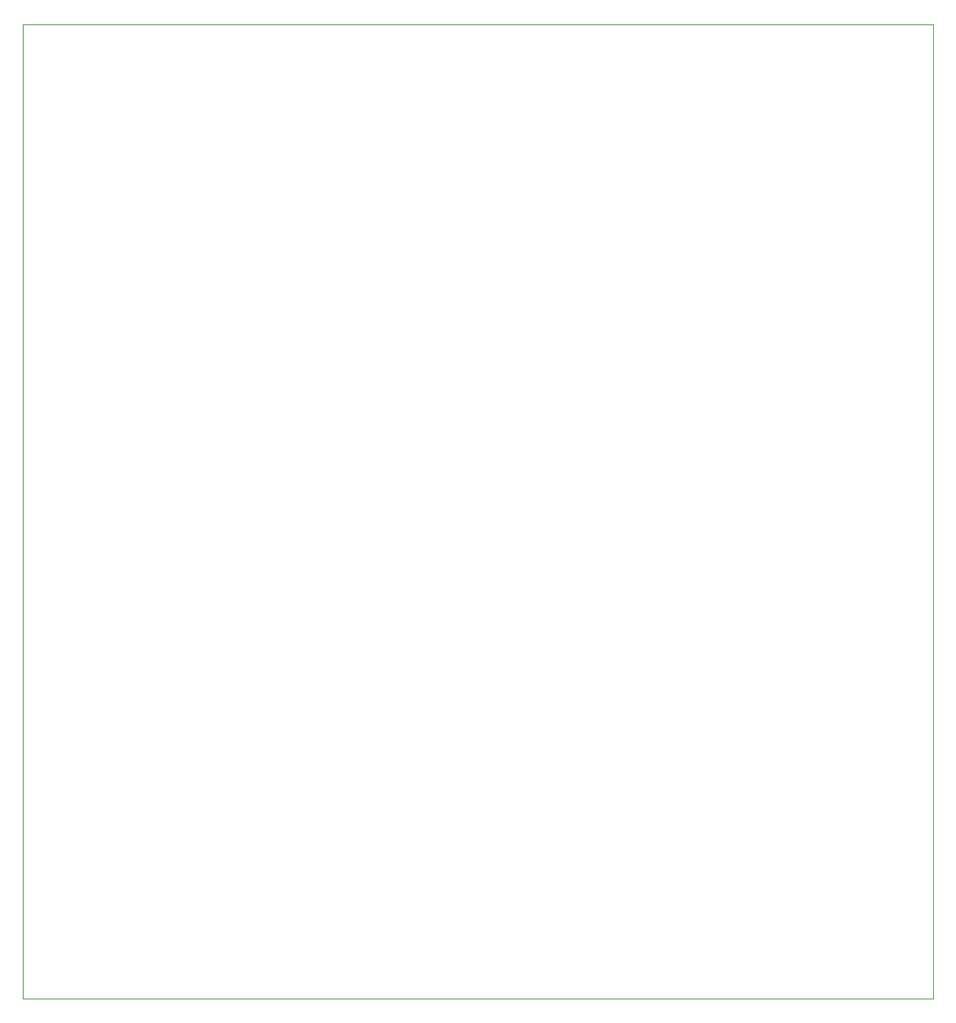
<source format=gbr>
%TF.GenerationSoftware,KiCad,Pcbnew,8.0.4*%
%TF.CreationDate,2024-10-28T16:26:41-05:00*%
%TF.ProjectId,String-Drum-Synthesizer,53747269-6e67-42d4-9472-756d2d53796e,rev?*%
%TF.SameCoordinates,Original*%
%TF.FileFunction,Profile,NP*%
%FSLAX46Y46*%
G04 Gerber Fmt 4.6, Leading zero omitted, Abs format (unit mm)*
G04 Created by KiCad (PCBNEW 8.0.4) date 2024-10-28 16:26:41*
%MOMM*%
%LPD*%
G01*
G04 APERTURE LIST*
%TA.AperFunction,Profile*%
%ADD10C,0.050000*%
%TD*%
G04 APERTURE END LIST*
D10*
X212344000Y-135509000D02*
X114173000Y-135509000D01*
X111379000Y-135509000D01*
X111379000Y-27480121D01*
X111379000Y-27432000D01*
X212344000Y-27432000D01*
X212344000Y-135509000D01*
M02*

</source>
